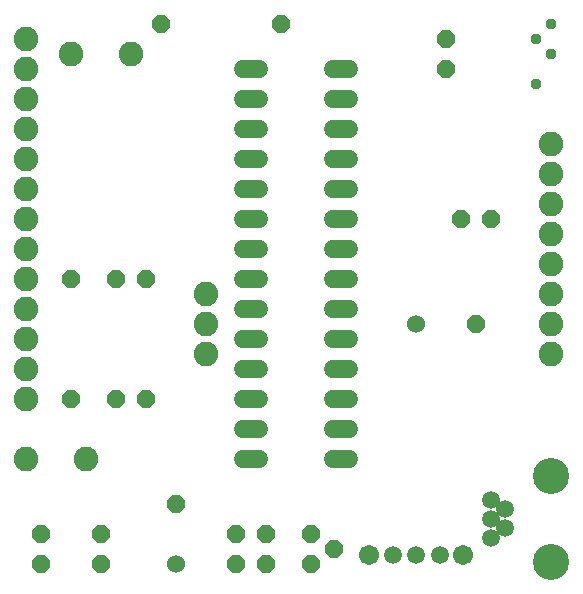
<source format=gbr>
G04 EAGLE Gerber X2 export*
%TF.Part,Single*%
%TF.FileFunction,Soldermask,Bot,1*%
%TF.FilePolarity,Negative*%
%TF.GenerationSoftware,Autodesk,EAGLE,8.6.0*%
%TF.CreationDate,2018-04-17T04:18:31Z*%
G75*
%MOMM*%
%FSLAX34Y34*%
%LPD*%
%AMOC8*
5,1,8,0,0,1.08239X$1,22.5*%
G01*
%ADD10P,1.649562X8X292.500000*%
%ADD11P,1.649562X8X22.500000*%
%ADD12P,1.649562X8X112.500000*%
%ADD13C,1.524000*%
%ADD14C,1.511200*%
%ADD15C,3.053200*%
%ADD16C,2.082800*%
%ADD17P,1.649562X8X202.500000*%
%ADD18C,1.524000*%
%ADD19C,1.711200*%
%ADD20C,0.959600*%


D10*
X381000Y469900D03*
X381000Y444500D03*
D11*
X393700Y317500D03*
X419100Y317500D03*
D12*
X203200Y25400D03*
X203200Y50800D03*
X228600Y25400D03*
X228600Y50800D03*
D13*
X355600Y228600D03*
D11*
X406400Y228600D03*
D13*
X152400Y25400D03*
D12*
X152400Y76200D03*
D14*
X418900Y47500D03*
X418900Y63500D03*
X418900Y79500D03*
X430900Y55500D03*
X430900Y71500D03*
D15*
X469900Y100000D03*
X469900Y27000D03*
D16*
X469900Y203200D03*
X469900Y228600D03*
X469900Y254000D03*
X469900Y279400D03*
X469900Y304800D03*
X469900Y330200D03*
X469900Y355600D03*
X469900Y381000D03*
X25400Y165100D03*
X25400Y190500D03*
X25400Y215900D03*
X25400Y241300D03*
X25400Y266700D03*
X25400Y292100D03*
X25400Y317500D03*
X25400Y342900D03*
D12*
X88900Y25400D03*
X88900Y50800D03*
X38100Y25400D03*
X38100Y50800D03*
X127000Y165100D03*
X127000Y266700D03*
X101600Y165100D03*
X101600Y266700D03*
D17*
X241300Y482600D03*
X139700Y482600D03*
D10*
X63500Y266700D03*
X63500Y165100D03*
D18*
X209296Y444500D02*
X222504Y444500D01*
X222504Y419100D02*
X209296Y419100D01*
X209296Y393700D02*
X222504Y393700D01*
X222504Y368300D02*
X209296Y368300D01*
X209296Y342900D02*
X222504Y342900D01*
X222504Y317500D02*
X209296Y317500D01*
X209296Y292100D02*
X222504Y292100D01*
X222504Y266700D02*
X209296Y266700D01*
X209296Y241300D02*
X222504Y241300D01*
X222504Y215900D02*
X209296Y215900D01*
X209296Y190500D02*
X222504Y190500D01*
X222504Y165100D02*
X209296Y165100D01*
X209296Y139700D02*
X222504Y139700D01*
X222504Y114300D02*
X209296Y114300D01*
X285496Y114300D02*
X298704Y114300D01*
X298704Y139700D02*
X285496Y139700D01*
X285496Y165100D02*
X298704Y165100D01*
X298704Y190500D02*
X285496Y190500D01*
X285496Y215900D02*
X298704Y215900D01*
X298704Y241300D02*
X285496Y241300D01*
X285496Y266700D02*
X298704Y266700D01*
X298704Y292100D02*
X285496Y292100D01*
X285496Y317500D02*
X298704Y317500D01*
X298704Y342900D02*
X285496Y342900D01*
X285496Y368300D02*
X298704Y368300D01*
X298704Y393700D02*
X285496Y393700D01*
X285496Y419100D02*
X298704Y419100D01*
X298704Y444500D02*
X285496Y444500D01*
D19*
X315600Y32700D03*
D14*
X335600Y32700D03*
X355600Y32700D03*
X375600Y32700D03*
D19*
X395600Y32700D03*
D10*
X266700Y25400D03*
X285750Y38100D03*
X266700Y50800D03*
D16*
X63500Y457200D03*
X114300Y457200D03*
X25400Y114300D03*
X76200Y114300D03*
X25400Y368300D03*
X25400Y393700D03*
X25400Y419100D03*
X25400Y444500D03*
X25400Y469900D03*
X177800Y254000D03*
X177800Y228600D03*
X177800Y203200D03*
D20*
X457200Y431800D03*
X469900Y482600D03*
X469900Y457200D03*
X457200Y469900D03*
M02*

</source>
